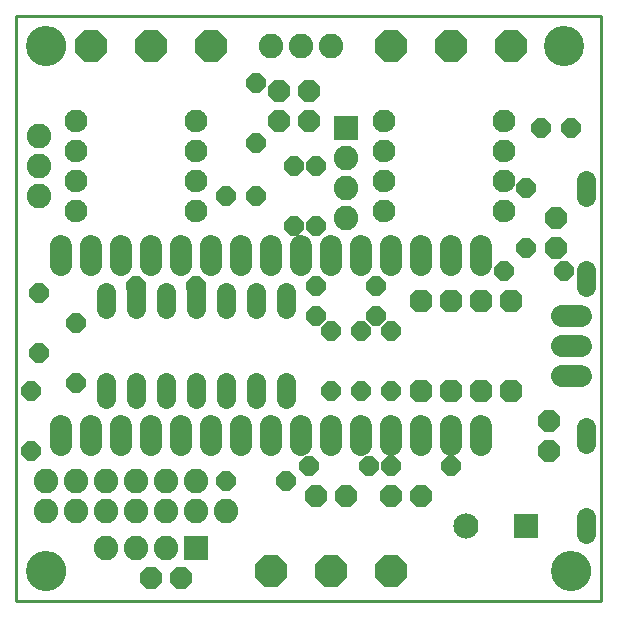
<source format=gts>
G75*
%MOIN*%
%OFA0B0*%
%FSLAX25Y25*%
%IPPOS*%
%LPD*%
%AMOC8*
5,1,8,0,0,1.08239X$1,22.5*
%
%ADD10C,0.00000*%
%ADD11C,0.13398*%
%ADD12C,0.01000*%
%ADD13C,0.08400*%
%ADD14R,0.08400X0.08400*%
%ADD15OC8,0.07100*%
%ADD16C,0.06400*%
%ADD17OC8,0.06400*%
%ADD18OC8,0.07600*%
%ADD19C,0.07200*%
%ADD20OC8,0.10800*%
%ADD21C,0.07600*%
%ADD22R,0.08200X0.08200*%
%ADD23C,0.08200*%
D10*
X0007100Y0006700D02*
X0200801Y0006700D01*
X0185801Y0016700D02*
X0185803Y0016858D01*
X0185809Y0017016D01*
X0185819Y0017174D01*
X0185833Y0017332D01*
X0185851Y0017489D01*
X0185872Y0017646D01*
X0185898Y0017802D01*
X0185928Y0017958D01*
X0185961Y0018113D01*
X0185999Y0018266D01*
X0186040Y0018419D01*
X0186085Y0018571D01*
X0186134Y0018722D01*
X0186187Y0018871D01*
X0186243Y0019019D01*
X0186303Y0019165D01*
X0186367Y0019310D01*
X0186435Y0019453D01*
X0186506Y0019595D01*
X0186580Y0019735D01*
X0186658Y0019872D01*
X0186740Y0020008D01*
X0186824Y0020142D01*
X0186913Y0020273D01*
X0187004Y0020402D01*
X0187099Y0020529D01*
X0187196Y0020654D01*
X0187297Y0020776D01*
X0187401Y0020895D01*
X0187508Y0021012D01*
X0187618Y0021126D01*
X0187731Y0021237D01*
X0187846Y0021346D01*
X0187964Y0021451D01*
X0188085Y0021553D01*
X0188208Y0021653D01*
X0188334Y0021749D01*
X0188462Y0021842D01*
X0188592Y0021932D01*
X0188725Y0022018D01*
X0188860Y0022102D01*
X0188996Y0022181D01*
X0189135Y0022258D01*
X0189276Y0022330D01*
X0189418Y0022400D01*
X0189562Y0022465D01*
X0189708Y0022527D01*
X0189855Y0022585D01*
X0190004Y0022640D01*
X0190154Y0022691D01*
X0190305Y0022738D01*
X0190457Y0022781D01*
X0190610Y0022820D01*
X0190765Y0022856D01*
X0190920Y0022887D01*
X0191076Y0022915D01*
X0191232Y0022939D01*
X0191389Y0022959D01*
X0191547Y0022975D01*
X0191704Y0022987D01*
X0191863Y0022995D01*
X0192021Y0022999D01*
X0192179Y0022999D01*
X0192337Y0022995D01*
X0192496Y0022987D01*
X0192653Y0022975D01*
X0192811Y0022959D01*
X0192968Y0022939D01*
X0193124Y0022915D01*
X0193280Y0022887D01*
X0193435Y0022856D01*
X0193590Y0022820D01*
X0193743Y0022781D01*
X0193895Y0022738D01*
X0194046Y0022691D01*
X0194196Y0022640D01*
X0194345Y0022585D01*
X0194492Y0022527D01*
X0194638Y0022465D01*
X0194782Y0022400D01*
X0194924Y0022330D01*
X0195065Y0022258D01*
X0195204Y0022181D01*
X0195340Y0022102D01*
X0195475Y0022018D01*
X0195608Y0021932D01*
X0195738Y0021842D01*
X0195866Y0021749D01*
X0195992Y0021653D01*
X0196115Y0021553D01*
X0196236Y0021451D01*
X0196354Y0021346D01*
X0196469Y0021237D01*
X0196582Y0021126D01*
X0196692Y0021012D01*
X0196799Y0020895D01*
X0196903Y0020776D01*
X0197004Y0020654D01*
X0197101Y0020529D01*
X0197196Y0020402D01*
X0197287Y0020273D01*
X0197376Y0020142D01*
X0197460Y0020008D01*
X0197542Y0019872D01*
X0197620Y0019735D01*
X0197694Y0019595D01*
X0197765Y0019453D01*
X0197833Y0019310D01*
X0197897Y0019165D01*
X0197957Y0019019D01*
X0198013Y0018871D01*
X0198066Y0018722D01*
X0198115Y0018571D01*
X0198160Y0018419D01*
X0198201Y0018266D01*
X0198239Y0018113D01*
X0198272Y0017958D01*
X0198302Y0017802D01*
X0198328Y0017646D01*
X0198349Y0017489D01*
X0198367Y0017332D01*
X0198381Y0017174D01*
X0198391Y0017016D01*
X0198397Y0016858D01*
X0198399Y0016700D01*
X0198397Y0016542D01*
X0198391Y0016384D01*
X0198381Y0016226D01*
X0198367Y0016068D01*
X0198349Y0015911D01*
X0198328Y0015754D01*
X0198302Y0015598D01*
X0198272Y0015442D01*
X0198239Y0015287D01*
X0198201Y0015134D01*
X0198160Y0014981D01*
X0198115Y0014829D01*
X0198066Y0014678D01*
X0198013Y0014529D01*
X0197957Y0014381D01*
X0197897Y0014235D01*
X0197833Y0014090D01*
X0197765Y0013947D01*
X0197694Y0013805D01*
X0197620Y0013665D01*
X0197542Y0013528D01*
X0197460Y0013392D01*
X0197376Y0013258D01*
X0197287Y0013127D01*
X0197196Y0012998D01*
X0197101Y0012871D01*
X0197004Y0012746D01*
X0196903Y0012624D01*
X0196799Y0012505D01*
X0196692Y0012388D01*
X0196582Y0012274D01*
X0196469Y0012163D01*
X0196354Y0012054D01*
X0196236Y0011949D01*
X0196115Y0011847D01*
X0195992Y0011747D01*
X0195866Y0011651D01*
X0195738Y0011558D01*
X0195608Y0011468D01*
X0195475Y0011382D01*
X0195340Y0011298D01*
X0195204Y0011219D01*
X0195065Y0011142D01*
X0194924Y0011070D01*
X0194782Y0011000D01*
X0194638Y0010935D01*
X0194492Y0010873D01*
X0194345Y0010815D01*
X0194196Y0010760D01*
X0194046Y0010709D01*
X0193895Y0010662D01*
X0193743Y0010619D01*
X0193590Y0010580D01*
X0193435Y0010544D01*
X0193280Y0010513D01*
X0193124Y0010485D01*
X0192968Y0010461D01*
X0192811Y0010441D01*
X0192653Y0010425D01*
X0192496Y0010413D01*
X0192337Y0010405D01*
X0192179Y0010401D01*
X0192021Y0010401D01*
X0191863Y0010405D01*
X0191704Y0010413D01*
X0191547Y0010425D01*
X0191389Y0010441D01*
X0191232Y0010461D01*
X0191076Y0010485D01*
X0190920Y0010513D01*
X0190765Y0010544D01*
X0190610Y0010580D01*
X0190457Y0010619D01*
X0190305Y0010662D01*
X0190154Y0010709D01*
X0190004Y0010760D01*
X0189855Y0010815D01*
X0189708Y0010873D01*
X0189562Y0010935D01*
X0189418Y0011000D01*
X0189276Y0011070D01*
X0189135Y0011142D01*
X0188996Y0011219D01*
X0188860Y0011298D01*
X0188725Y0011382D01*
X0188592Y0011468D01*
X0188462Y0011558D01*
X0188334Y0011651D01*
X0188208Y0011747D01*
X0188085Y0011847D01*
X0187964Y0011949D01*
X0187846Y0012054D01*
X0187731Y0012163D01*
X0187618Y0012274D01*
X0187508Y0012388D01*
X0187401Y0012505D01*
X0187297Y0012624D01*
X0187196Y0012746D01*
X0187099Y0012871D01*
X0187004Y0012998D01*
X0186913Y0013127D01*
X0186824Y0013258D01*
X0186740Y0013392D01*
X0186658Y0013528D01*
X0186580Y0013665D01*
X0186506Y0013805D01*
X0186435Y0013947D01*
X0186367Y0014090D01*
X0186303Y0014235D01*
X0186243Y0014381D01*
X0186187Y0014529D01*
X0186134Y0014678D01*
X0186085Y0014829D01*
X0186040Y0014981D01*
X0185999Y0015134D01*
X0185961Y0015287D01*
X0185928Y0015442D01*
X0185898Y0015598D01*
X0185872Y0015754D01*
X0185851Y0015911D01*
X0185833Y0016068D01*
X0185819Y0016226D01*
X0185809Y0016384D01*
X0185803Y0016542D01*
X0185801Y0016700D01*
X0010801Y0016700D02*
X0010803Y0016858D01*
X0010809Y0017016D01*
X0010819Y0017174D01*
X0010833Y0017332D01*
X0010851Y0017489D01*
X0010872Y0017646D01*
X0010898Y0017802D01*
X0010928Y0017958D01*
X0010961Y0018113D01*
X0010999Y0018266D01*
X0011040Y0018419D01*
X0011085Y0018571D01*
X0011134Y0018722D01*
X0011187Y0018871D01*
X0011243Y0019019D01*
X0011303Y0019165D01*
X0011367Y0019310D01*
X0011435Y0019453D01*
X0011506Y0019595D01*
X0011580Y0019735D01*
X0011658Y0019872D01*
X0011740Y0020008D01*
X0011824Y0020142D01*
X0011913Y0020273D01*
X0012004Y0020402D01*
X0012099Y0020529D01*
X0012196Y0020654D01*
X0012297Y0020776D01*
X0012401Y0020895D01*
X0012508Y0021012D01*
X0012618Y0021126D01*
X0012731Y0021237D01*
X0012846Y0021346D01*
X0012964Y0021451D01*
X0013085Y0021553D01*
X0013208Y0021653D01*
X0013334Y0021749D01*
X0013462Y0021842D01*
X0013592Y0021932D01*
X0013725Y0022018D01*
X0013860Y0022102D01*
X0013996Y0022181D01*
X0014135Y0022258D01*
X0014276Y0022330D01*
X0014418Y0022400D01*
X0014562Y0022465D01*
X0014708Y0022527D01*
X0014855Y0022585D01*
X0015004Y0022640D01*
X0015154Y0022691D01*
X0015305Y0022738D01*
X0015457Y0022781D01*
X0015610Y0022820D01*
X0015765Y0022856D01*
X0015920Y0022887D01*
X0016076Y0022915D01*
X0016232Y0022939D01*
X0016389Y0022959D01*
X0016547Y0022975D01*
X0016704Y0022987D01*
X0016863Y0022995D01*
X0017021Y0022999D01*
X0017179Y0022999D01*
X0017337Y0022995D01*
X0017496Y0022987D01*
X0017653Y0022975D01*
X0017811Y0022959D01*
X0017968Y0022939D01*
X0018124Y0022915D01*
X0018280Y0022887D01*
X0018435Y0022856D01*
X0018590Y0022820D01*
X0018743Y0022781D01*
X0018895Y0022738D01*
X0019046Y0022691D01*
X0019196Y0022640D01*
X0019345Y0022585D01*
X0019492Y0022527D01*
X0019638Y0022465D01*
X0019782Y0022400D01*
X0019924Y0022330D01*
X0020065Y0022258D01*
X0020204Y0022181D01*
X0020340Y0022102D01*
X0020475Y0022018D01*
X0020608Y0021932D01*
X0020738Y0021842D01*
X0020866Y0021749D01*
X0020992Y0021653D01*
X0021115Y0021553D01*
X0021236Y0021451D01*
X0021354Y0021346D01*
X0021469Y0021237D01*
X0021582Y0021126D01*
X0021692Y0021012D01*
X0021799Y0020895D01*
X0021903Y0020776D01*
X0022004Y0020654D01*
X0022101Y0020529D01*
X0022196Y0020402D01*
X0022287Y0020273D01*
X0022376Y0020142D01*
X0022460Y0020008D01*
X0022542Y0019872D01*
X0022620Y0019735D01*
X0022694Y0019595D01*
X0022765Y0019453D01*
X0022833Y0019310D01*
X0022897Y0019165D01*
X0022957Y0019019D01*
X0023013Y0018871D01*
X0023066Y0018722D01*
X0023115Y0018571D01*
X0023160Y0018419D01*
X0023201Y0018266D01*
X0023239Y0018113D01*
X0023272Y0017958D01*
X0023302Y0017802D01*
X0023328Y0017646D01*
X0023349Y0017489D01*
X0023367Y0017332D01*
X0023381Y0017174D01*
X0023391Y0017016D01*
X0023397Y0016858D01*
X0023399Y0016700D01*
X0023397Y0016542D01*
X0023391Y0016384D01*
X0023381Y0016226D01*
X0023367Y0016068D01*
X0023349Y0015911D01*
X0023328Y0015754D01*
X0023302Y0015598D01*
X0023272Y0015442D01*
X0023239Y0015287D01*
X0023201Y0015134D01*
X0023160Y0014981D01*
X0023115Y0014829D01*
X0023066Y0014678D01*
X0023013Y0014529D01*
X0022957Y0014381D01*
X0022897Y0014235D01*
X0022833Y0014090D01*
X0022765Y0013947D01*
X0022694Y0013805D01*
X0022620Y0013665D01*
X0022542Y0013528D01*
X0022460Y0013392D01*
X0022376Y0013258D01*
X0022287Y0013127D01*
X0022196Y0012998D01*
X0022101Y0012871D01*
X0022004Y0012746D01*
X0021903Y0012624D01*
X0021799Y0012505D01*
X0021692Y0012388D01*
X0021582Y0012274D01*
X0021469Y0012163D01*
X0021354Y0012054D01*
X0021236Y0011949D01*
X0021115Y0011847D01*
X0020992Y0011747D01*
X0020866Y0011651D01*
X0020738Y0011558D01*
X0020608Y0011468D01*
X0020475Y0011382D01*
X0020340Y0011298D01*
X0020204Y0011219D01*
X0020065Y0011142D01*
X0019924Y0011070D01*
X0019782Y0011000D01*
X0019638Y0010935D01*
X0019492Y0010873D01*
X0019345Y0010815D01*
X0019196Y0010760D01*
X0019046Y0010709D01*
X0018895Y0010662D01*
X0018743Y0010619D01*
X0018590Y0010580D01*
X0018435Y0010544D01*
X0018280Y0010513D01*
X0018124Y0010485D01*
X0017968Y0010461D01*
X0017811Y0010441D01*
X0017653Y0010425D01*
X0017496Y0010413D01*
X0017337Y0010405D01*
X0017179Y0010401D01*
X0017021Y0010401D01*
X0016863Y0010405D01*
X0016704Y0010413D01*
X0016547Y0010425D01*
X0016389Y0010441D01*
X0016232Y0010461D01*
X0016076Y0010485D01*
X0015920Y0010513D01*
X0015765Y0010544D01*
X0015610Y0010580D01*
X0015457Y0010619D01*
X0015305Y0010662D01*
X0015154Y0010709D01*
X0015004Y0010760D01*
X0014855Y0010815D01*
X0014708Y0010873D01*
X0014562Y0010935D01*
X0014418Y0011000D01*
X0014276Y0011070D01*
X0014135Y0011142D01*
X0013996Y0011219D01*
X0013860Y0011298D01*
X0013725Y0011382D01*
X0013592Y0011468D01*
X0013462Y0011558D01*
X0013334Y0011651D01*
X0013208Y0011747D01*
X0013085Y0011847D01*
X0012964Y0011949D01*
X0012846Y0012054D01*
X0012731Y0012163D01*
X0012618Y0012274D01*
X0012508Y0012388D01*
X0012401Y0012505D01*
X0012297Y0012624D01*
X0012196Y0012746D01*
X0012099Y0012871D01*
X0012004Y0012998D01*
X0011913Y0013127D01*
X0011824Y0013258D01*
X0011740Y0013392D01*
X0011658Y0013528D01*
X0011580Y0013665D01*
X0011506Y0013805D01*
X0011435Y0013947D01*
X0011367Y0014090D01*
X0011303Y0014235D01*
X0011243Y0014381D01*
X0011187Y0014529D01*
X0011134Y0014678D01*
X0011085Y0014829D01*
X0011040Y0014981D01*
X0010999Y0015134D01*
X0010961Y0015287D01*
X0010928Y0015442D01*
X0010898Y0015598D01*
X0010872Y0015754D01*
X0010851Y0015911D01*
X0010833Y0016068D01*
X0010819Y0016226D01*
X0010809Y0016384D01*
X0010803Y0016542D01*
X0010801Y0016700D01*
X0010801Y0191700D02*
X0010803Y0191858D01*
X0010809Y0192016D01*
X0010819Y0192174D01*
X0010833Y0192332D01*
X0010851Y0192489D01*
X0010872Y0192646D01*
X0010898Y0192802D01*
X0010928Y0192958D01*
X0010961Y0193113D01*
X0010999Y0193266D01*
X0011040Y0193419D01*
X0011085Y0193571D01*
X0011134Y0193722D01*
X0011187Y0193871D01*
X0011243Y0194019D01*
X0011303Y0194165D01*
X0011367Y0194310D01*
X0011435Y0194453D01*
X0011506Y0194595D01*
X0011580Y0194735D01*
X0011658Y0194872D01*
X0011740Y0195008D01*
X0011824Y0195142D01*
X0011913Y0195273D01*
X0012004Y0195402D01*
X0012099Y0195529D01*
X0012196Y0195654D01*
X0012297Y0195776D01*
X0012401Y0195895D01*
X0012508Y0196012D01*
X0012618Y0196126D01*
X0012731Y0196237D01*
X0012846Y0196346D01*
X0012964Y0196451D01*
X0013085Y0196553D01*
X0013208Y0196653D01*
X0013334Y0196749D01*
X0013462Y0196842D01*
X0013592Y0196932D01*
X0013725Y0197018D01*
X0013860Y0197102D01*
X0013996Y0197181D01*
X0014135Y0197258D01*
X0014276Y0197330D01*
X0014418Y0197400D01*
X0014562Y0197465D01*
X0014708Y0197527D01*
X0014855Y0197585D01*
X0015004Y0197640D01*
X0015154Y0197691D01*
X0015305Y0197738D01*
X0015457Y0197781D01*
X0015610Y0197820D01*
X0015765Y0197856D01*
X0015920Y0197887D01*
X0016076Y0197915D01*
X0016232Y0197939D01*
X0016389Y0197959D01*
X0016547Y0197975D01*
X0016704Y0197987D01*
X0016863Y0197995D01*
X0017021Y0197999D01*
X0017179Y0197999D01*
X0017337Y0197995D01*
X0017496Y0197987D01*
X0017653Y0197975D01*
X0017811Y0197959D01*
X0017968Y0197939D01*
X0018124Y0197915D01*
X0018280Y0197887D01*
X0018435Y0197856D01*
X0018590Y0197820D01*
X0018743Y0197781D01*
X0018895Y0197738D01*
X0019046Y0197691D01*
X0019196Y0197640D01*
X0019345Y0197585D01*
X0019492Y0197527D01*
X0019638Y0197465D01*
X0019782Y0197400D01*
X0019924Y0197330D01*
X0020065Y0197258D01*
X0020204Y0197181D01*
X0020340Y0197102D01*
X0020475Y0197018D01*
X0020608Y0196932D01*
X0020738Y0196842D01*
X0020866Y0196749D01*
X0020992Y0196653D01*
X0021115Y0196553D01*
X0021236Y0196451D01*
X0021354Y0196346D01*
X0021469Y0196237D01*
X0021582Y0196126D01*
X0021692Y0196012D01*
X0021799Y0195895D01*
X0021903Y0195776D01*
X0022004Y0195654D01*
X0022101Y0195529D01*
X0022196Y0195402D01*
X0022287Y0195273D01*
X0022376Y0195142D01*
X0022460Y0195008D01*
X0022542Y0194872D01*
X0022620Y0194735D01*
X0022694Y0194595D01*
X0022765Y0194453D01*
X0022833Y0194310D01*
X0022897Y0194165D01*
X0022957Y0194019D01*
X0023013Y0193871D01*
X0023066Y0193722D01*
X0023115Y0193571D01*
X0023160Y0193419D01*
X0023201Y0193266D01*
X0023239Y0193113D01*
X0023272Y0192958D01*
X0023302Y0192802D01*
X0023328Y0192646D01*
X0023349Y0192489D01*
X0023367Y0192332D01*
X0023381Y0192174D01*
X0023391Y0192016D01*
X0023397Y0191858D01*
X0023399Y0191700D01*
X0023397Y0191542D01*
X0023391Y0191384D01*
X0023381Y0191226D01*
X0023367Y0191068D01*
X0023349Y0190911D01*
X0023328Y0190754D01*
X0023302Y0190598D01*
X0023272Y0190442D01*
X0023239Y0190287D01*
X0023201Y0190134D01*
X0023160Y0189981D01*
X0023115Y0189829D01*
X0023066Y0189678D01*
X0023013Y0189529D01*
X0022957Y0189381D01*
X0022897Y0189235D01*
X0022833Y0189090D01*
X0022765Y0188947D01*
X0022694Y0188805D01*
X0022620Y0188665D01*
X0022542Y0188528D01*
X0022460Y0188392D01*
X0022376Y0188258D01*
X0022287Y0188127D01*
X0022196Y0187998D01*
X0022101Y0187871D01*
X0022004Y0187746D01*
X0021903Y0187624D01*
X0021799Y0187505D01*
X0021692Y0187388D01*
X0021582Y0187274D01*
X0021469Y0187163D01*
X0021354Y0187054D01*
X0021236Y0186949D01*
X0021115Y0186847D01*
X0020992Y0186747D01*
X0020866Y0186651D01*
X0020738Y0186558D01*
X0020608Y0186468D01*
X0020475Y0186382D01*
X0020340Y0186298D01*
X0020204Y0186219D01*
X0020065Y0186142D01*
X0019924Y0186070D01*
X0019782Y0186000D01*
X0019638Y0185935D01*
X0019492Y0185873D01*
X0019345Y0185815D01*
X0019196Y0185760D01*
X0019046Y0185709D01*
X0018895Y0185662D01*
X0018743Y0185619D01*
X0018590Y0185580D01*
X0018435Y0185544D01*
X0018280Y0185513D01*
X0018124Y0185485D01*
X0017968Y0185461D01*
X0017811Y0185441D01*
X0017653Y0185425D01*
X0017496Y0185413D01*
X0017337Y0185405D01*
X0017179Y0185401D01*
X0017021Y0185401D01*
X0016863Y0185405D01*
X0016704Y0185413D01*
X0016547Y0185425D01*
X0016389Y0185441D01*
X0016232Y0185461D01*
X0016076Y0185485D01*
X0015920Y0185513D01*
X0015765Y0185544D01*
X0015610Y0185580D01*
X0015457Y0185619D01*
X0015305Y0185662D01*
X0015154Y0185709D01*
X0015004Y0185760D01*
X0014855Y0185815D01*
X0014708Y0185873D01*
X0014562Y0185935D01*
X0014418Y0186000D01*
X0014276Y0186070D01*
X0014135Y0186142D01*
X0013996Y0186219D01*
X0013860Y0186298D01*
X0013725Y0186382D01*
X0013592Y0186468D01*
X0013462Y0186558D01*
X0013334Y0186651D01*
X0013208Y0186747D01*
X0013085Y0186847D01*
X0012964Y0186949D01*
X0012846Y0187054D01*
X0012731Y0187163D01*
X0012618Y0187274D01*
X0012508Y0187388D01*
X0012401Y0187505D01*
X0012297Y0187624D01*
X0012196Y0187746D01*
X0012099Y0187871D01*
X0012004Y0187998D01*
X0011913Y0188127D01*
X0011824Y0188258D01*
X0011740Y0188392D01*
X0011658Y0188528D01*
X0011580Y0188665D01*
X0011506Y0188805D01*
X0011435Y0188947D01*
X0011367Y0189090D01*
X0011303Y0189235D01*
X0011243Y0189381D01*
X0011187Y0189529D01*
X0011134Y0189678D01*
X0011085Y0189829D01*
X0011040Y0189981D01*
X0010999Y0190134D01*
X0010961Y0190287D01*
X0010928Y0190442D01*
X0010898Y0190598D01*
X0010872Y0190754D01*
X0010851Y0190911D01*
X0010833Y0191068D01*
X0010819Y0191226D01*
X0010809Y0191384D01*
X0010803Y0191542D01*
X0010801Y0191700D01*
X0183301Y0191700D02*
X0183303Y0191858D01*
X0183309Y0192016D01*
X0183319Y0192174D01*
X0183333Y0192332D01*
X0183351Y0192489D01*
X0183372Y0192646D01*
X0183398Y0192802D01*
X0183428Y0192958D01*
X0183461Y0193113D01*
X0183499Y0193266D01*
X0183540Y0193419D01*
X0183585Y0193571D01*
X0183634Y0193722D01*
X0183687Y0193871D01*
X0183743Y0194019D01*
X0183803Y0194165D01*
X0183867Y0194310D01*
X0183935Y0194453D01*
X0184006Y0194595D01*
X0184080Y0194735D01*
X0184158Y0194872D01*
X0184240Y0195008D01*
X0184324Y0195142D01*
X0184413Y0195273D01*
X0184504Y0195402D01*
X0184599Y0195529D01*
X0184696Y0195654D01*
X0184797Y0195776D01*
X0184901Y0195895D01*
X0185008Y0196012D01*
X0185118Y0196126D01*
X0185231Y0196237D01*
X0185346Y0196346D01*
X0185464Y0196451D01*
X0185585Y0196553D01*
X0185708Y0196653D01*
X0185834Y0196749D01*
X0185962Y0196842D01*
X0186092Y0196932D01*
X0186225Y0197018D01*
X0186360Y0197102D01*
X0186496Y0197181D01*
X0186635Y0197258D01*
X0186776Y0197330D01*
X0186918Y0197400D01*
X0187062Y0197465D01*
X0187208Y0197527D01*
X0187355Y0197585D01*
X0187504Y0197640D01*
X0187654Y0197691D01*
X0187805Y0197738D01*
X0187957Y0197781D01*
X0188110Y0197820D01*
X0188265Y0197856D01*
X0188420Y0197887D01*
X0188576Y0197915D01*
X0188732Y0197939D01*
X0188889Y0197959D01*
X0189047Y0197975D01*
X0189204Y0197987D01*
X0189363Y0197995D01*
X0189521Y0197999D01*
X0189679Y0197999D01*
X0189837Y0197995D01*
X0189996Y0197987D01*
X0190153Y0197975D01*
X0190311Y0197959D01*
X0190468Y0197939D01*
X0190624Y0197915D01*
X0190780Y0197887D01*
X0190935Y0197856D01*
X0191090Y0197820D01*
X0191243Y0197781D01*
X0191395Y0197738D01*
X0191546Y0197691D01*
X0191696Y0197640D01*
X0191845Y0197585D01*
X0191992Y0197527D01*
X0192138Y0197465D01*
X0192282Y0197400D01*
X0192424Y0197330D01*
X0192565Y0197258D01*
X0192704Y0197181D01*
X0192840Y0197102D01*
X0192975Y0197018D01*
X0193108Y0196932D01*
X0193238Y0196842D01*
X0193366Y0196749D01*
X0193492Y0196653D01*
X0193615Y0196553D01*
X0193736Y0196451D01*
X0193854Y0196346D01*
X0193969Y0196237D01*
X0194082Y0196126D01*
X0194192Y0196012D01*
X0194299Y0195895D01*
X0194403Y0195776D01*
X0194504Y0195654D01*
X0194601Y0195529D01*
X0194696Y0195402D01*
X0194787Y0195273D01*
X0194876Y0195142D01*
X0194960Y0195008D01*
X0195042Y0194872D01*
X0195120Y0194735D01*
X0195194Y0194595D01*
X0195265Y0194453D01*
X0195333Y0194310D01*
X0195397Y0194165D01*
X0195457Y0194019D01*
X0195513Y0193871D01*
X0195566Y0193722D01*
X0195615Y0193571D01*
X0195660Y0193419D01*
X0195701Y0193266D01*
X0195739Y0193113D01*
X0195772Y0192958D01*
X0195802Y0192802D01*
X0195828Y0192646D01*
X0195849Y0192489D01*
X0195867Y0192332D01*
X0195881Y0192174D01*
X0195891Y0192016D01*
X0195897Y0191858D01*
X0195899Y0191700D01*
X0195897Y0191542D01*
X0195891Y0191384D01*
X0195881Y0191226D01*
X0195867Y0191068D01*
X0195849Y0190911D01*
X0195828Y0190754D01*
X0195802Y0190598D01*
X0195772Y0190442D01*
X0195739Y0190287D01*
X0195701Y0190134D01*
X0195660Y0189981D01*
X0195615Y0189829D01*
X0195566Y0189678D01*
X0195513Y0189529D01*
X0195457Y0189381D01*
X0195397Y0189235D01*
X0195333Y0189090D01*
X0195265Y0188947D01*
X0195194Y0188805D01*
X0195120Y0188665D01*
X0195042Y0188528D01*
X0194960Y0188392D01*
X0194876Y0188258D01*
X0194787Y0188127D01*
X0194696Y0187998D01*
X0194601Y0187871D01*
X0194504Y0187746D01*
X0194403Y0187624D01*
X0194299Y0187505D01*
X0194192Y0187388D01*
X0194082Y0187274D01*
X0193969Y0187163D01*
X0193854Y0187054D01*
X0193736Y0186949D01*
X0193615Y0186847D01*
X0193492Y0186747D01*
X0193366Y0186651D01*
X0193238Y0186558D01*
X0193108Y0186468D01*
X0192975Y0186382D01*
X0192840Y0186298D01*
X0192704Y0186219D01*
X0192565Y0186142D01*
X0192424Y0186070D01*
X0192282Y0186000D01*
X0192138Y0185935D01*
X0191992Y0185873D01*
X0191845Y0185815D01*
X0191696Y0185760D01*
X0191546Y0185709D01*
X0191395Y0185662D01*
X0191243Y0185619D01*
X0191090Y0185580D01*
X0190935Y0185544D01*
X0190780Y0185513D01*
X0190624Y0185485D01*
X0190468Y0185461D01*
X0190311Y0185441D01*
X0190153Y0185425D01*
X0189996Y0185413D01*
X0189837Y0185405D01*
X0189679Y0185401D01*
X0189521Y0185401D01*
X0189363Y0185405D01*
X0189204Y0185413D01*
X0189047Y0185425D01*
X0188889Y0185441D01*
X0188732Y0185461D01*
X0188576Y0185485D01*
X0188420Y0185513D01*
X0188265Y0185544D01*
X0188110Y0185580D01*
X0187957Y0185619D01*
X0187805Y0185662D01*
X0187654Y0185709D01*
X0187504Y0185760D01*
X0187355Y0185815D01*
X0187208Y0185873D01*
X0187062Y0185935D01*
X0186918Y0186000D01*
X0186776Y0186070D01*
X0186635Y0186142D01*
X0186496Y0186219D01*
X0186360Y0186298D01*
X0186225Y0186382D01*
X0186092Y0186468D01*
X0185962Y0186558D01*
X0185834Y0186651D01*
X0185708Y0186747D01*
X0185585Y0186847D01*
X0185464Y0186949D01*
X0185346Y0187054D01*
X0185231Y0187163D01*
X0185118Y0187274D01*
X0185008Y0187388D01*
X0184901Y0187505D01*
X0184797Y0187624D01*
X0184696Y0187746D01*
X0184599Y0187871D01*
X0184504Y0187998D01*
X0184413Y0188127D01*
X0184324Y0188258D01*
X0184240Y0188392D01*
X0184158Y0188528D01*
X0184080Y0188665D01*
X0184006Y0188805D01*
X0183935Y0188947D01*
X0183867Y0189090D01*
X0183803Y0189235D01*
X0183743Y0189381D01*
X0183687Y0189529D01*
X0183634Y0189678D01*
X0183585Y0189829D01*
X0183540Y0189981D01*
X0183499Y0190134D01*
X0183461Y0190287D01*
X0183428Y0190442D01*
X0183398Y0190598D01*
X0183372Y0190754D01*
X0183351Y0190911D01*
X0183333Y0191068D01*
X0183319Y0191226D01*
X0183309Y0191384D01*
X0183303Y0191542D01*
X0183301Y0191700D01*
D11*
X0189600Y0191700D03*
X0017100Y0191700D03*
X0017100Y0016700D03*
X0192100Y0016700D03*
D12*
X0007100Y0006700D02*
X0007100Y0201700D01*
X0202100Y0201700D01*
X0202100Y0006700D01*
X0007100Y0006700D01*
D13*
X0157100Y0031700D03*
D14*
X0177100Y0031700D03*
D15*
X0184600Y0056700D03*
X0184600Y0066700D03*
X0142100Y0041700D03*
X0132100Y0041700D03*
X0117100Y0041700D03*
X0107100Y0041700D03*
X0062100Y0014200D03*
X0052100Y0014200D03*
X0187100Y0124200D03*
X0187100Y0134200D03*
X0104600Y0166700D03*
X0104600Y0176700D03*
X0094600Y0176700D03*
X0094600Y0166700D03*
D16*
X0097100Y0109500D02*
X0097100Y0103900D01*
X0087100Y0103900D02*
X0087100Y0109500D01*
X0077100Y0109500D02*
X0077100Y0103900D01*
X0067100Y0103900D02*
X0067100Y0109500D01*
X0057100Y0109500D02*
X0057100Y0103900D01*
X0047100Y0103900D02*
X0047100Y0109500D01*
X0037100Y0109500D02*
X0037100Y0103900D01*
X0037100Y0079500D02*
X0037100Y0073900D01*
X0047100Y0073900D02*
X0047100Y0079500D01*
X0057100Y0079500D02*
X0057100Y0073900D01*
X0067100Y0073900D02*
X0067100Y0079500D01*
X0077100Y0079500D02*
X0077100Y0073900D01*
X0087100Y0073900D02*
X0087100Y0079500D01*
X0097100Y0079500D02*
X0097100Y0073900D01*
X0197100Y0064500D02*
X0197100Y0058900D01*
X0197100Y0034500D02*
X0197100Y0028900D01*
X0197100Y0111400D02*
X0197100Y0117000D01*
X0197100Y0141400D02*
X0197100Y0147000D01*
D17*
X0192100Y0164200D03*
X0182100Y0164200D03*
X0177100Y0144200D03*
X0177100Y0124200D03*
X0169600Y0116700D03*
X0189600Y0116700D03*
X0132100Y0096700D03*
X0127100Y0101700D03*
X0122100Y0096700D03*
X0112100Y0096700D03*
X0107100Y0101700D03*
X0107100Y0111700D03*
X0107100Y0131700D03*
X0099600Y0131700D03*
X0087100Y0141700D03*
X0077100Y0141700D03*
X0087100Y0159200D03*
X0099600Y0151700D03*
X0107100Y0151700D03*
X0087100Y0179200D03*
X0067100Y0111700D03*
X0047100Y0111700D03*
X0027100Y0099200D03*
X0014600Y0089200D03*
X0012100Y0076700D03*
X0027100Y0079200D03*
X0012100Y0056700D03*
X0014600Y0109200D03*
X0077100Y0046700D03*
X0097100Y0046700D03*
X0104600Y0051700D03*
X0124600Y0051700D03*
X0132100Y0051700D03*
X0152100Y0051700D03*
X0132100Y0076700D03*
X0122100Y0076700D03*
X0112100Y0076700D03*
X0127100Y0111700D03*
D18*
X0142100Y0106700D03*
X0152100Y0106700D03*
X0162100Y0106700D03*
X0172100Y0106700D03*
X0172100Y0076700D03*
X0162100Y0076700D03*
X0152100Y0076700D03*
X0142100Y0076700D03*
D19*
X0142100Y0064900D02*
X0142100Y0058500D01*
X0132100Y0058500D02*
X0132100Y0064900D01*
X0122100Y0064900D02*
X0122100Y0058500D01*
X0112100Y0058500D02*
X0112100Y0064900D01*
X0102100Y0064900D02*
X0102100Y0058500D01*
X0092100Y0058500D02*
X0092100Y0064900D01*
X0082100Y0064900D02*
X0082100Y0058500D01*
X0072100Y0058500D02*
X0072100Y0064900D01*
X0062100Y0064900D02*
X0062100Y0058500D01*
X0052100Y0058500D02*
X0052100Y0064900D01*
X0042100Y0064900D02*
X0042100Y0058500D01*
X0032100Y0058500D02*
X0032100Y0064900D01*
X0022100Y0064900D02*
X0022100Y0058500D01*
X0022100Y0118500D02*
X0022100Y0124900D01*
X0032100Y0124900D02*
X0032100Y0118500D01*
X0042100Y0118500D02*
X0042100Y0124900D01*
X0052100Y0124900D02*
X0052100Y0118500D01*
X0062100Y0118500D02*
X0062100Y0124900D01*
X0072100Y0124900D02*
X0072100Y0118500D01*
X0082100Y0118500D02*
X0082100Y0124900D01*
X0092100Y0124900D02*
X0092100Y0118500D01*
X0102100Y0118500D02*
X0102100Y0124900D01*
X0112100Y0124900D02*
X0112100Y0118500D01*
X0122100Y0118500D02*
X0122100Y0124900D01*
X0132100Y0124900D02*
X0132100Y0118500D01*
X0142100Y0118500D02*
X0142100Y0124900D01*
X0152100Y0124900D02*
X0152100Y0118500D01*
X0162100Y0118500D02*
X0162100Y0124900D01*
X0188900Y0101700D02*
X0195300Y0101700D01*
X0195300Y0091700D02*
X0188900Y0091700D01*
X0188900Y0081700D02*
X0195300Y0081700D01*
X0162100Y0064900D02*
X0162100Y0058500D01*
X0152100Y0058500D02*
X0152100Y0064900D01*
D20*
X0132100Y0016700D03*
X0112100Y0016700D03*
X0092100Y0016700D03*
X0072100Y0191700D03*
X0052100Y0191700D03*
X0032100Y0191700D03*
X0132100Y0191700D03*
X0152100Y0191700D03*
X0172100Y0191700D03*
D21*
X0169600Y0166700D03*
X0169600Y0156700D03*
X0169600Y0146700D03*
X0169600Y0136700D03*
X0129600Y0136700D03*
X0129600Y0146700D03*
X0129600Y0156700D03*
X0129600Y0166700D03*
X0067100Y0166700D03*
X0067100Y0156700D03*
X0067100Y0146700D03*
X0067100Y0136700D03*
X0027100Y0136700D03*
X0027100Y0146700D03*
X0027100Y0156700D03*
X0027100Y0166700D03*
D22*
X0117100Y0164200D03*
X0067100Y0024200D03*
D23*
X0057100Y0024200D03*
X0047100Y0024200D03*
X0037100Y0024200D03*
X0037100Y0036700D03*
X0037100Y0046700D03*
X0027100Y0046700D03*
X0017100Y0046700D03*
X0017100Y0036700D03*
X0027100Y0036700D03*
X0047100Y0036700D03*
X0047100Y0046700D03*
X0057100Y0046700D03*
X0067100Y0046700D03*
X0067100Y0036700D03*
X0057100Y0036700D03*
X0077100Y0036700D03*
X0117100Y0134200D03*
X0117100Y0144200D03*
X0117100Y0154200D03*
X0112100Y0191700D03*
X0102100Y0191700D03*
X0092100Y0191700D03*
X0014600Y0161700D03*
X0014600Y0151700D03*
X0014600Y0141700D03*
M02*

</source>
